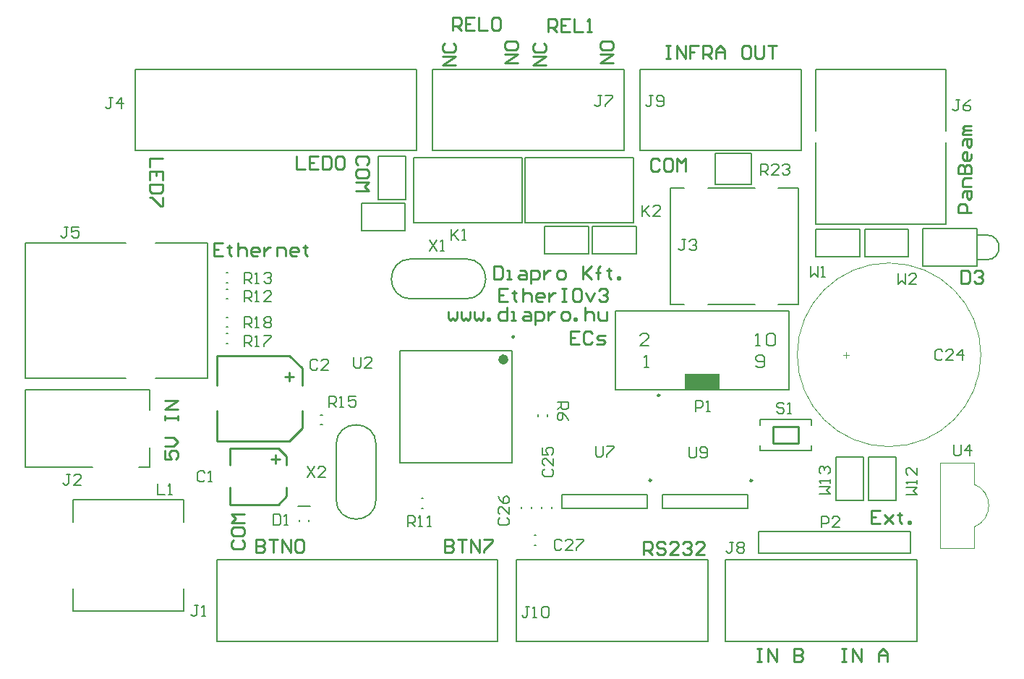
<source format=gto>
%FSAX24Y24*%
%MOIN*%
G70*
G01*
G75*
G04 Layer_Color=65535*
%ADD10C,0.0100*%
%ADD11R,0.1378X0.0748*%
%ADD12R,0.1732X0.0866*%
%ADD13O,0.0276X0.0984*%
%ADD14R,0.0118X0.0591*%
%ADD15R,0.0591X0.0118*%
%ADD16C,0.0394*%
%ADD17R,0.0472X0.0532*%
%ADD18R,0.0532X0.0472*%
%ADD19R,0.1969X0.2756*%
%ADD20R,0.0551X0.0472*%
%ADD21R,0.0472X0.0551*%
%ADD22R,0.0787X0.0571*%
%ADD23R,0.0591X0.0315*%
%ADD24R,0.0177X0.0453*%
%ADD25C,0.0300*%
%ADD26C,0.0120*%
%ADD27C,0.0591*%
%ADD28C,0.0787*%
%ADD29C,0.0472*%
%ADD30C,0.0650*%
%ADD31C,0.0630*%
%ADD32R,0.0787X0.0787*%
%ADD33C,0.0600*%
%ADD34R,0.0728X0.0728*%
%ADD35C,0.0728*%
%ADD36C,0.1161*%
%ADD37C,0.1043*%
%ADD38C,0.0591*%
%ADD39R,0.0591X0.0591*%
%ADD40R,0.0650X0.0650*%
%ADD41C,0.0984*%
%ADD42R,0.0984X0.0984*%
%ADD43R,0.0591X0.0591*%
%ADD44C,0.1181*%
%ADD45R,0.0591X0.0591*%
%ADD46O,0.1890X0.0787*%
%ADD47O,0.0787X0.1890*%
%ADD48C,0.0240*%
%ADD49R,0.0906X0.0906*%
%ADD50R,0.1634X0.0374*%
%ADD51R,0.3701X0.3228*%
%ADD52O,0.0236X0.0906*%
%ADD53R,0.0374X0.0335*%
%ADD54O,0.0709X0.0177*%
%ADD55O,0.0866X0.0236*%
%ADD56C,0.0200*%
%ADD57C,0.0079*%
%ADD58C,0.0050*%
%ADD59C,0.0098*%
%ADD60C,0.0236*%
%ADD61C,0.0039*%
%ADD62C,0.0080*%
%ADD63C,0.0059*%
%ADD64R,0.1614X0.0748*%
D10*
X028801Y021312D02*
Y022099D01*
X031006D01*
X031399Y021706D01*
Y021312D02*
Y021706D01*
X028801Y019501D02*
Y020288D01*
Y019501D02*
X031006D01*
X031399Y019894D01*
Y020288D01*
X030887Y021391D02*
Y021784D01*
X030691Y021587D02*
X031084D01*
X032118Y023022D02*
Y023809D01*
X031528Y022431D02*
X032118Y023022D01*
X028182Y022431D02*
X031528D01*
X028182D02*
Y023809D01*
X032118Y024991D02*
Y025778D01*
X031528Y026369D02*
X032118Y025778D01*
X028182Y026369D02*
X031528D01*
X028182Y024991D02*
Y026369D01*
X031528Y025187D02*
Y025581D01*
X031331Y025384D02*
X031725D01*
X053809Y022306D02*
X054991D01*
X053809D02*
Y023094D01*
X054991D01*
Y022306D02*
Y023094D01*
X062500Y030300D02*
Y029700D01*
X062800D01*
X062900Y029800D01*
Y030200D01*
X062800Y030300D01*
X062500D01*
X063100Y030200D02*
X063200Y030300D01*
X063400D01*
X063500Y030200D01*
Y030100D01*
X063400Y030000D01*
X063300D01*
X063400D01*
X063500Y029900D01*
Y029800D01*
X063400Y029700D01*
X063200D01*
X063100Y029800D01*
X058739Y019211D02*
X058339D01*
Y018611D01*
X058739D01*
X058339Y018911D02*
X058539D01*
X058939Y019011D02*
X059339Y018611D01*
X059139Y018811D01*
X059339Y019011D01*
X058939Y018611D01*
X059639Y019111D02*
Y019011D01*
X059539D01*
X059739D01*
X059639D01*
Y018711D01*
X059739Y018611D01*
X060038D02*
Y018711D01*
X060138D01*
Y018611D01*
X060038D01*
X048900Y040650D02*
X049100D01*
X049000D01*
Y040050D01*
X048900D01*
X049100D01*
X049400D02*
Y040650D01*
X049800Y040050D01*
Y040650D01*
X050400D02*
X050000D01*
Y040350D01*
X050200D01*
X050000D01*
Y040050D01*
X050599D02*
Y040650D01*
X050899D01*
X050999Y040550D01*
Y040350D01*
X050899Y040250D01*
X050599D01*
X050799D02*
X050999Y040050D01*
X051199D02*
Y040450D01*
X051399Y040650D01*
X051599Y040450D01*
Y040050D01*
Y040350D01*
X051199D01*
X052699Y040650D02*
X052499D01*
X052399Y040550D01*
Y040150D01*
X052499Y040050D01*
X052699D01*
X052799Y040150D01*
Y040550D01*
X052699Y040650D01*
X052999D02*
Y040150D01*
X053099Y040050D01*
X053299D01*
X053399Y040150D01*
Y040650D01*
X053598D02*
X053998D01*
X053798D01*
Y040050D01*
X048600Y035350D02*
X048500Y035450D01*
X048300D01*
X048200Y035350D01*
Y034950D01*
X048300Y034850D01*
X048500D01*
X048600Y034950D01*
X049100Y035450D02*
X048900D01*
X048800Y035350D01*
Y034950D01*
X048900Y034850D01*
X049100D01*
X049200Y034950D01*
Y035350D01*
X049100Y035450D01*
X049400Y034850D02*
Y035450D01*
X049600Y035250D01*
X049799Y035450D01*
Y034850D01*
X047850Y017200D02*
Y017800D01*
X048150D01*
X048250Y017700D01*
Y017500D01*
X048150Y017400D01*
X047850D01*
X048050D02*
X048250Y017200D01*
X048850Y017700D02*
X048750Y017800D01*
X048550D01*
X048450Y017700D01*
Y017600D01*
X048550Y017500D01*
X048750D01*
X048850Y017400D01*
Y017300D01*
X048750Y017200D01*
X048550D01*
X048450Y017300D01*
X049449Y017200D02*
X049050D01*
X049449Y017600D01*
Y017700D01*
X049350Y017800D01*
X049150D01*
X049050Y017700D01*
X049649D02*
X049749Y017800D01*
X049949D01*
X050049Y017700D01*
Y017600D01*
X049949Y017500D01*
X049849D01*
X049949D01*
X050049Y017400D01*
Y017300D01*
X049949Y017200D01*
X049749D01*
X049649Y017300D01*
X050649Y017200D02*
X050249D01*
X050649Y017600D01*
Y017700D01*
X050549Y017800D01*
X050349D01*
X050249Y017700D01*
X053100Y012850D02*
X053300D01*
X053200D01*
Y012250D01*
X053100D01*
X053300D01*
X053600D02*
Y012850D01*
X054000Y012250D01*
Y012850D01*
X054799D02*
Y012250D01*
X055099D01*
X055199Y012350D01*
Y012450D01*
X055099Y012550D01*
X054799D01*
X055099D01*
X055199Y012650D01*
Y012750D01*
X055099Y012850D01*
X054799D01*
X057000D02*
X057200D01*
X057100D01*
Y012250D01*
X057000D01*
X057200D01*
X057500D02*
Y012850D01*
X057900Y012250D01*
Y012850D01*
X058699Y012250D02*
Y012650D01*
X058899Y012850D01*
X059099Y012650D01*
Y012250D01*
Y012550D01*
X058699D01*
X062950Y032950D02*
X062350D01*
Y033250D01*
X062450Y033350D01*
X062650D01*
X062750Y033250D01*
Y032950D01*
X062550Y033650D02*
Y033850D01*
X062650Y033950D01*
X062950D01*
Y033650D01*
X062850Y033550D01*
X062750Y033650D01*
Y033950D01*
X062950Y034150D02*
X062550D01*
Y034450D01*
X062650Y034549D01*
X062950D01*
X062350Y034749D02*
X062950D01*
Y035049D01*
X062850Y035149D01*
X062750D01*
X062650Y035049D01*
Y034749D01*
Y035049D01*
X062550Y035149D01*
X062450D01*
X062350Y035049D01*
Y034749D01*
X062950Y035649D02*
Y035449D01*
X062850Y035349D01*
X062650D01*
X062550Y035449D01*
Y035649D01*
X062650Y035749D01*
X062750D01*
Y035349D01*
X062550Y036049D02*
Y036249D01*
X062650Y036349D01*
X062950D01*
Y036049D01*
X062850Y035949D01*
X062750Y036049D01*
Y036349D01*
X062950Y036549D02*
X062550D01*
Y036649D01*
X062650Y036749D01*
X062950D01*
X062650D01*
X062550Y036849D01*
X062650Y036949D01*
X062950D01*
X038700Y017900D02*
Y017300D01*
X039000D01*
X039100Y017400D01*
Y017500D01*
X039000Y017600D01*
X038700D01*
X039000D01*
X039100Y017700D01*
Y017800D01*
X039000Y017900D01*
X038700D01*
X039300D02*
X039700D01*
X039500D01*
Y017300D01*
X039900D02*
Y017900D01*
X040299Y017300D01*
Y017900D01*
X040499D02*
X040899D01*
Y017800D01*
X040499Y017400D01*
Y017300D01*
X030000Y017900D02*
Y017300D01*
X030300D01*
X030400Y017400D01*
Y017500D01*
X030300Y017600D01*
X030000D01*
X030300D01*
X030400Y017700D01*
Y017800D01*
X030300Y017900D01*
X030000D01*
X030600D02*
X031000D01*
X030800D01*
Y017300D01*
X031200D02*
Y017900D01*
X031599Y017300D01*
Y017900D01*
X031799Y017800D02*
X031899Y017900D01*
X032099D01*
X032199Y017800D01*
Y017400D01*
X032099Y017300D01*
X031899D01*
X031799Y017400D01*
Y017800D01*
X028950Y017850D02*
X028850Y017750D01*
Y017550D01*
X028950Y017450D01*
X029350D01*
X029450Y017550D01*
Y017750D01*
X029350Y017850D01*
X028850Y018350D02*
Y018150D01*
X028950Y018050D01*
X029350D01*
X029450Y018150D01*
Y018350D01*
X029350Y018450D01*
X028950D01*
X028850Y018350D01*
X029450Y018650D02*
X028850D01*
X029050Y018850D01*
X028850Y019049D01*
X029450D01*
X025800Y022000D02*
Y021600D01*
X026100D01*
X026000Y021800D01*
Y021900D01*
X026100Y022000D01*
X026300D01*
X026400Y021900D01*
Y021700D01*
X026300Y021600D01*
X025800Y022200D02*
X026200D01*
X026400Y022400D01*
X026200Y022600D01*
X025800D01*
Y023399D02*
Y023599D01*
Y023499D01*
X026400D01*
Y023399D01*
Y023599D01*
Y023899D02*
X025800D01*
X026400Y024299D01*
X025800D01*
X028450Y031550D02*
X028050D01*
Y030950D01*
X028450D01*
X028050Y031250D02*
X028250D01*
X028750Y031450D02*
Y031350D01*
X028650D01*
X028850D01*
X028750D01*
Y031050D01*
X028850Y030950D01*
X029150Y031550D02*
Y030950D01*
Y031250D01*
X029250Y031350D01*
X029450D01*
X029550Y031250D01*
Y030950D01*
X030049D02*
X029849D01*
X029749Y031050D01*
Y031250D01*
X029849Y031350D01*
X030049D01*
X030149Y031250D01*
Y031150D01*
X029749D01*
X030349Y031350D02*
Y030950D01*
Y031150D01*
X030449Y031250D01*
X030549Y031350D01*
X030649D01*
X030949Y030950D02*
Y031350D01*
X031249D01*
X031349Y031250D01*
Y030950D01*
X031849D02*
X031649D01*
X031549Y031050D01*
Y031250D01*
X031649Y031350D01*
X031849D01*
X031949Y031250D01*
Y031150D01*
X031549D01*
X032249Y031450D02*
Y031350D01*
X032149D01*
X032349D01*
X032249D01*
Y031050D01*
X032349Y030950D01*
X025700Y035450D02*
X025100D01*
Y035050D01*
X025700Y034450D02*
Y034850D01*
X025100D01*
Y034450D01*
X025400Y034850D02*
Y034650D01*
X025700Y034250D02*
X025100D01*
Y033950D01*
X025200Y033851D01*
X025600D01*
X025700Y033950D01*
Y034250D01*
Y033651D02*
Y033251D01*
X025600D01*
X025200Y033651D01*
X025100D01*
X031850Y035550D02*
Y034950D01*
X032250D01*
X032850Y035550D02*
X032450D01*
Y034950D01*
X032850D01*
X032450Y035250D02*
X032650D01*
X033050Y035550D02*
Y034950D01*
X033350D01*
X033449Y035050D01*
Y035450D01*
X033350Y035550D01*
X033050D01*
X033649Y035450D02*
X033749Y035550D01*
X033949D01*
X034049Y035450D01*
Y035050D01*
X033949Y034950D01*
X033749D01*
X033649Y035050D01*
Y035450D01*
X035100Y035150D02*
X035200Y035250D01*
Y035450D01*
X035100Y035550D01*
X034700D01*
X034600Y035450D01*
Y035250D01*
X034700Y035150D01*
X035200Y034650D02*
Y034850D01*
X035100Y034950D01*
X034700D01*
X034600Y034850D01*
Y034650D01*
X034700Y034550D01*
X035100D01*
X035200Y034650D01*
X034600Y034350D02*
X035200D01*
X035000Y034150D01*
X035200Y033951D01*
X034600D01*
X043450Y041300D02*
Y041900D01*
X043750D01*
X043850Y041800D01*
Y041600D01*
X043750Y041500D01*
X043450D01*
X043650D02*
X043850Y041300D01*
X044450Y041900D02*
X044050D01*
Y041300D01*
X044450D01*
X044050Y041600D02*
X044250D01*
X044650Y041900D02*
Y041300D01*
X045049D01*
X045249D02*
X045449D01*
X045349D01*
Y041900D01*
X045249Y041800D01*
X039050Y041350D02*
Y041950D01*
X039350D01*
X039450Y041850D01*
Y041650D01*
X039350Y041550D01*
X039050D01*
X039250D02*
X039450Y041350D01*
X040050Y041950D02*
X039650D01*
Y041350D01*
X040050D01*
X039650Y041650D02*
X039850D01*
X040250Y041950D02*
Y041350D01*
X040649D01*
X040849Y041850D02*
X040949Y041950D01*
X041149D01*
X041249Y041850D01*
Y041450D01*
X041149Y041350D01*
X040949D01*
X040849Y041450D01*
Y041850D01*
X039200Y039750D02*
X038600D01*
X039200Y040150D01*
X038600D01*
X038700Y040750D02*
X038600Y040650D01*
Y040450D01*
X038700Y040350D01*
X039100D01*
X039200Y040450D01*
Y040650D01*
X039100Y040750D01*
X043350Y039750D02*
X042750D01*
X043350Y040150D01*
X042750D01*
X042850Y040750D02*
X042750Y040650D01*
Y040450D01*
X042850Y040350D01*
X043250D01*
X043350Y040450D01*
Y040650D01*
X043250Y040750D01*
X046450Y039850D02*
X045850D01*
X046450Y040250D01*
X045850D01*
Y040750D02*
Y040550D01*
X045950Y040450D01*
X046350D01*
X046450Y040550D01*
Y040750D01*
X046350Y040850D01*
X045950D01*
X045850Y040750D01*
X042050Y039850D02*
X041450D01*
X042050Y040250D01*
X041450D01*
Y040750D02*
Y040550D01*
X041550Y040450D01*
X041950D01*
X042050Y040550D01*
Y040750D01*
X041950Y040850D01*
X041550D01*
X041450Y040750D01*
X041600Y029450D02*
X041200D01*
Y028850D01*
X041600D01*
X041200Y029150D02*
X041400D01*
X041900Y029350D02*
Y029250D01*
X041800D01*
X042000D01*
X041900D01*
Y028950D01*
X042000Y028850D01*
X042300Y029450D02*
Y028850D01*
Y029150D01*
X042400Y029250D01*
X042600D01*
X042700Y029150D01*
Y028850D01*
X043199D02*
X042999D01*
X042899Y028950D01*
Y029150D01*
X042999Y029250D01*
X043199D01*
X043299Y029150D01*
Y029050D01*
X042899D01*
X043499Y029250D02*
Y028850D01*
Y029050D01*
X043599Y029150D01*
X043699Y029250D01*
X043799D01*
X044099Y029450D02*
X044299D01*
X044199D01*
Y028850D01*
X044099D01*
X044299D01*
X044899Y029450D02*
X044699D01*
X044599Y029350D01*
Y028950D01*
X044699Y028850D01*
X044899D01*
X044999Y028950D01*
Y029350D01*
X044899Y029450D01*
X045199Y029250D02*
X045399Y028850D01*
X045599Y029250D01*
X045799Y029350D02*
X045898Y029450D01*
X046098D01*
X046198Y029350D01*
Y029250D01*
X046098Y029150D01*
X045998D01*
X046098D01*
X046198Y029050D01*
Y028950D01*
X046098Y028850D01*
X045898D01*
X045799Y028950D01*
X040950Y030500D02*
Y029900D01*
X041250D01*
X041350Y030000D01*
Y030400D01*
X041250Y030500D01*
X040950D01*
X041550Y029900D02*
X041750D01*
X041650D01*
Y030300D01*
X041550D01*
X042150D02*
X042350D01*
X042450Y030200D01*
Y029900D01*
X042150D01*
X042050Y030000D01*
X042150Y030100D01*
X042450D01*
X042649Y029700D02*
Y030300D01*
X042949D01*
X043049Y030200D01*
Y030000D01*
X042949Y029900D01*
X042649D01*
X043249Y030300D02*
Y029900D01*
Y030100D01*
X043349Y030200D01*
X043449Y030300D01*
X043549D01*
X043949Y029900D02*
X044149D01*
X044249Y030000D01*
Y030200D01*
X044149Y030300D01*
X043949D01*
X043849Y030200D01*
Y030000D01*
X043949Y029900D01*
X045049Y030500D02*
Y029900D01*
Y030100D01*
X045449Y030500D01*
X045149Y030200D01*
X045449Y029900D01*
X045748D02*
Y030400D01*
Y030200D01*
X045648D01*
X045848D01*
X045748D01*
Y030400D01*
X045848Y030500D01*
X046248Y030400D02*
Y030300D01*
X046148D01*
X046348D01*
X046248D01*
Y030000D01*
X046348Y029900D01*
X046648D02*
Y030000D01*
X046748D01*
Y029900D01*
X046648D01*
X038850Y028400D02*
Y028100D01*
X038950Y028000D01*
X039050Y028100D01*
X039150Y028000D01*
X039250Y028100D01*
Y028400D01*
X039450D02*
Y028100D01*
X039550Y028000D01*
X039650Y028100D01*
X039750Y028000D01*
X039850Y028100D01*
Y028400D01*
X040050D02*
Y028100D01*
X040150Y028000D01*
X040250Y028100D01*
X040350Y028000D01*
X040449Y028100D01*
Y028400D01*
X040649Y028000D02*
Y028100D01*
X040749D01*
Y028000D01*
X040649D01*
X041549Y028600D02*
Y028000D01*
X041249D01*
X041149Y028100D01*
Y028300D01*
X041249Y028400D01*
X041549D01*
X041749Y028000D02*
X041949D01*
X041849D01*
Y028400D01*
X041749D01*
X042349D02*
X042549D01*
X042649Y028300D01*
Y028000D01*
X042349D01*
X042249Y028100D01*
X042349Y028200D01*
X042649D01*
X042849Y027800D02*
Y028400D01*
X043149D01*
X043249Y028300D01*
Y028100D01*
X043149Y028000D01*
X042849D01*
X043449Y028400D02*
Y028000D01*
Y028200D01*
X043548Y028300D01*
X043648Y028400D01*
X043748D01*
X044148Y028000D02*
X044348D01*
X044448Y028100D01*
Y028300D01*
X044348Y028400D01*
X044148D01*
X044048Y028300D01*
Y028100D01*
X044148Y028000D01*
X044648D02*
Y028100D01*
X044748D01*
Y028000D01*
X044648D01*
X045148Y028600D02*
Y028000D01*
Y028300D01*
X045248Y028400D01*
X045448D01*
X045548Y028300D01*
Y028000D01*
X045748Y028400D02*
Y028100D01*
X045848Y028000D01*
X046148D01*
Y028400D01*
X044900Y027500D02*
X044500D01*
Y026900D01*
X044900D01*
X044500Y027200D02*
X044700D01*
X045500Y027400D02*
X045400Y027500D01*
X045200D01*
X045100Y027400D01*
Y027000D01*
X045200Y026900D01*
X045400D01*
X045500Y027000D01*
X045700Y026900D02*
X046000D01*
X046099Y027000D01*
X046000Y027100D01*
X045800D01*
X045700Y027200D01*
X045800Y027300D01*
X046099D01*
D57*
X033675Y019750D02*
G03*
X035525Y019750I000925J000000D01*
G01*
Y022250D02*
G03*
X033675Y022250I-000925J000000D01*
G01*
X037150Y030825D02*
G03*
X037150Y028975I000000J-000925D01*
G01*
X039650D02*
G03*
X039650Y030825I000000J000925D01*
G01*
X033675Y019750D02*
Y022250D01*
X035525Y019750D02*
Y022250D01*
X037150Y030825D02*
X039650D01*
X037150Y028975D02*
X039650D01*
X058046Y030918D02*
Y032178D01*
X060054Y030918D02*
Y032178D01*
X058046Y030918D02*
X060054D01*
X058046Y032178D02*
X060054D01*
X055796Y030918D02*
Y032178D01*
X057804Y030918D02*
Y032178D01*
X055796Y030918D02*
X057804D01*
X055796Y032178D02*
X057804D01*
X045496Y031070D02*
Y032330D01*
X047504Y031070D02*
Y032330D01*
X045496Y031070D02*
X047504D01*
X045496Y032330D02*
X047504D01*
X043296D02*
X045304D01*
X043296Y031070D02*
X045304D01*
Y032330D01*
X043296Y031070D02*
Y032330D01*
X035620Y033546D02*
X036880D01*
X035620Y035554D02*
X036880D01*
Y033546D02*
Y035554D01*
X035620Y033546D02*
Y035554D01*
X034846Y033380D02*
X036854D01*
X034846Y032120D02*
X036854D01*
Y033380D01*
X034846Y032120D02*
Y033380D01*
X047400Y032500D02*
Y035500D01*
X042400Y032500D02*
X047400D01*
X042400Y035500D02*
X047400D01*
X042400Y032500D02*
Y035500D01*
X037250Y032500D02*
Y035500D01*
X042250D01*
X037250Y032500D02*
X042250D01*
Y035500D01*
X048731Y019326D02*
Y019956D01*
X052668Y019326D02*
Y019956D01*
X048731Y019326D02*
X052668D01*
X048731Y019956D02*
X052668D01*
X036621Y021421D02*
Y026579D01*
Y021421D02*
X041779D01*
Y026579D01*
X036621D02*
X041779D01*
X053219Y023153D02*
Y023409D01*
X055581Y021991D02*
Y022228D01*
X053219Y021991D02*
Y022228D01*
X055581Y023153D02*
Y023409D01*
X053219Y021991D02*
X055581D01*
X053219Y023409D02*
X055581D01*
X028606Y027674D02*
X028685D01*
X028606Y028126D02*
X028685D01*
X028606Y026924D02*
X028685D01*
X028606Y027376D02*
X028685D01*
X032961Y023174D02*
X033039D01*
X032961Y023626D02*
X033039D01*
X028606Y029724D02*
X028685D01*
X028606Y030176D02*
X028685D01*
X028606Y028974D02*
X028685D01*
X028606Y029426D02*
X028685D01*
X037611Y019776D02*
X037689D01*
X037611Y019324D02*
X037689D01*
X042974Y023561D02*
Y023639D01*
X043426Y023561D02*
Y023639D01*
X019350Y025330D02*
X023991D01*
X025349D02*
X027750D01*
Y031570D01*
X025349D02*
X027750D01*
X019350Y025330D02*
Y031570D01*
X023991D01*
X046550Y028411D02*
X054550D01*
X046550Y024789D02*
X054550D01*
X046550D02*
Y028411D01*
X054550Y024789D02*
Y028411D01*
X021541Y019709D02*
X026659D01*
X021541Y014591D02*
X026659D01*
X021541Y018685D02*
Y019709D01*
X026659Y018685D02*
Y019709D01*
X021541Y014591D02*
Y015615D01*
X026659Y014591D02*
Y015615D01*
X032426Y018706D02*
Y018785D01*
X031974Y018706D02*
Y018785D01*
X031924Y019427D02*
X032476D01*
X037388Y035809D02*
Y039550D01*
X024435Y035809D02*
X037388D01*
X024435Y039550D02*
X037388D01*
X024435Y035809D02*
Y039550D01*
X028180Y013200D02*
Y016940D01*
X041132D01*
X028180Y013200D02*
X041132D01*
Y016940D01*
X050804Y013200D02*
Y016941D01*
X041985Y013200D02*
X050804D01*
X041985Y016941D02*
X050804D01*
X041985Y013200D02*
Y016941D01*
X043636Y019311D02*
Y019389D01*
X043164Y019311D02*
Y019389D01*
X042811Y017614D02*
X042889D01*
X042811Y018086D02*
X042889D01*
X042686Y019311D02*
Y019389D01*
X042214Y019311D02*
Y019389D01*
X038135Y035809D02*
Y039550D01*
X046954D01*
X038135Y035809D02*
X046954D01*
Y039550D01*
X044082Y019335D02*
Y019965D01*
X048018Y019335D02*
Y019965D01*
X044082Y019335D02*
X048018D01*
X044082Y019965D02*
X048018D01*
X055800Y036718D02*
Y039550D01*
Y032424D02*
Y036177D01*
Y032424D02*
X061800D01*
Y036177D01*
Y036718D02*
Y039550D01*
X055800D02*
X061800D01*
X060443Y013200D02*
Y016941D01*
X051624Y013200D02*
X060443D01*
X051624Y016941D02*
X060443D01*
X051624Y013200D02*
Y016941D01*
X055126Y035809D02*
Y039550D01*
X047685Y035809D02*
X055126D01*
X047685Y039550D02*
X055126D01*
X047685Y035809D02*
Y039550D01*
X054981Y028720D02*
Y034074D01*
X049076Y028720D02*
Y034074D01*
Y028720D02*
X049725D01*
X050808D02*
X052973D01*
X054056D02*
X054981D01*
X049076Y034074D02*
X049725D01*
X050808D02*
X052973D01*
X054056D02*
X054981D01*
X051166Y034265D02*
Y035683D01*
X052819Y034265D02*
Y035683D01*
X051166Y034265D02*
X052819D01*
X051166Y035683D02*
X052819D01*
X058220Y019696D02*
Y021704D01*
X059480Y019696D02*
Y021704D01*
X058220D02*
X059480D01*
X058220Y019696D02*
X059480D01*
X056720D02*
Y021704D01*
X057980Y019696D02*
Y021704D01*
X056720D02*
X057980D01*
X056720Y019696D02*
X057980D01*
X053150Y017250D02*
Y018250D01*
X060150D01*
Y017250D02*
Y018250D01*
X053150Y017250D02*
X060150D01*
X025098Y024772D02*
X025098Y023866D01*
X019350Y024772D02*
X025098D01*
X019350Y021228D02*
Y024772D01*
X025098Y021228D02*
Y022134D01*
X024586Y021228D02*
X025098D01*
X019350D02*
X022460D01*
D58*
X063665Y030779D02*
G03*
X063665Y031921I000000J000571D01*
G01*
X060713Y030484D02*
Y032216D01*
X063232D01*
Y030484D02*
Y032216D01*
X060713Y030484D02*
X063232D01*
Y031921D02*
X063665D01*
X063232Y030779D02*
X063665D01*
D59*
X052854Y020606D02*
G03*
X052854Y020606I-000049J000000D01*
G01*
X041887Y027228D02*
G03*
X041887Y027228I-000049J000000D01*
G01*
X048599Y024533D02*
G03*
X048599Y024533I-000049J000000D01*
G01*
X048204Y020615D02*
G03*
X048204Y020615I-000049J000000D01*
G01*
D60*
X041503Y026185D02*
G03*
X041503Y026185I-000118J000000D01*
G01*
D61*
X063398Y026400D02*
G03*
X063398Y026400I-004232J000000D01*
G01*
X063095Y018466D02*
G03*
X063095Y020434I-000394J000984D01*
G01*
X061520Y017481D02*
Y021418D01*
Y017481D02*
X063095D01*
X061520Y021418D02*
X063095D01*
Y017481D02*
Y018466D01*
Y020434D02*
Y021418D01*
X057315Y026400D02*
X057053D01*
X057184Y026269D02*
Y026531D01*
D62*
X062150Y022250D02*
Y021833D01*
X062233Y021750D01*
X062400D01*
X062483Y021833D01*
Y022250D01*
X062900Y021750D02*
Y022250D01*
X062650Y022000D01*
X062983D01*
X053250Y034700D02*
Y035200D01*
X053500D01*
X053583Y035117D01*
Y034950D01*
X053500Y034867D01*
X053250D01*
X053417D02*
X053583Y034700D01*
X054083D02*
X053750D01*
X054083Y035033D01*
Y035117D01*
X054000Y035200D01*
X053833D01*
X053750Y035117D01*
X054250D02*
X054333Y035200D01*
X054500D01*
X054583Y035117D01*
Y035033D01*
X054500Y034950D01*
X054416D01*
X054500D01*
X054583Y034867D01*
Y034783D01*
X054500Y034700D01*
X054333D01*
X054250Y034783D01*
X048283Y038350D02*
X048117D01*
X048200D01*
Y037933D01*
X048117Y037850D01*
X048033D01*
X047950Y037933D01*
X048450D02*
X048533Y037850D01*
X048700D01*
X048783Y037933D01*
Y038267D01*
X048700Y038350D01*
X048533D01*
X048450Y038267D01*
Y038183D01*
X048533Y038100D01*
X048783D01*
X027633Y020967D02*
X027550Y021050D01*
X027383D01*
X027300Y020967D01*
Y020633D01*
X027383Y020550D01*
X027550D01*
X027633Y020633D01*
X027800Y020550D02*
X027966D01*
X027883D01*
Y021050D01*
X027800Y020967D01*
X032833Y026117D02*
X032750Y026200D01*
X032583D01*
X032500Y026117D01*
Y025783D01*
X032583Y025700D01*
X032750D01*
X032833Y025783D01*
X033333Y025700D02*
X033000D01*
X033333Y026033D01*
Y026117D01*
X033250Y026200D01*
X033083D01*
X033000Y026117D01*
X030800Y019050D02*
Y018550D01*
X031050D01*
X031133Y018633D01*
Y018967D01*
X031050Y019050D01*
X030800D01*
X031300Y018550D02*
X031466D01*
X031383D01*
Y019050D01*
X031300Y018967D01*
X045933Y038350D02*
X045767D01*
X045850D01*
Y037933D01*
X045767Y037850D01*
X045683D01*
X045600Y037933D01*
X046100Y038350D02*
X046433D01*
Y038267D01*
X046100Y037933D01*
Y037850D01*
X021433Y020900D02*
X021267D01*
X021350D01*
Y020483D01*
X021267Y020400D01*
X021183D01*
X021100Y020483D01*
X021933Y020400D02*
X021600D01*
X021933Y020733D01*
Y020817D01*
X021850Y020900D01*
X021683D01*
X021600Y020817D01*
X027333Y014850D02*
X027167D01*
X027250D01*
Y014433D01*
X027167Y014350D01*
X027083D01*
X027000Y014433D01*
X027500Y014350D02*
X027666D01*
X027583D01*
Y014850D01*
X027500Y014767D01*
X023383Y038250D02*
X023217D01*
X023300D01*
Y037833D01*
X023217Y037750D01*
X023133D01*
X023050Y037833D01*
X023800Y037750D02*
Y038250D01*
X023550Y038000D01*
X023883D01*
X021333Y032300D02*
X021167D01*
X021250D01*
Y031883D01*
X021167Y031800D01*
X021083D01*
X021000Y031883D01*
X021833Y032300D02*
X021500D01*
Y032050D01*
X021666Y032133D01*
X021750D01*
X021833Y032050D01*
Y031883D01*
X021750Y031800D01*
X021583D01*
X021500Y031883D01*
X042583Y014800D02*
X042417D01*
X042500D01*
Y014383D01*
X042417Y014300D01*
X042333D01*
X042250Y014383D01*
X042750Y014300D02*
X042916D01*
X042833D01*
Y014800D01*
X042750Y014717D01*
X043166D02*
X043250Y014800D01*
X043416D01*
X043500Y014717D01*
Y014383D01*
X043416Y014300D01*
X043250D01*
X043166Y014383D01*
Y014717D01*
X039000Y032200D02*
Y031700D01*
Y031867D01*
X039333Y032200D01*
X039083Y031950D01*
X039333Y031700D01*
X039500D02*
X039666D01*
X039583D01*
Y032200D01*
X039500Y032117D01*
X047800Y033300D02*
Y032800D01*
Y032967D01*
X048133Y033300D01*
X047883Y033050D01*
X048133Y032800D01*
X048633D02*
X048300D01*
X048633Y033133D01*
Y033217D01*
X048550Y033300D01*
X048383D01*
X048300Y033217D01*
X025450Y020450D02*
Y019950D01*
X025783D01*
X025950D02*
X026116D01*
X026033D01*
Y020450D01*
X025950Y020367D01*
X050250Y023800D02*
Y024300D01*
X050500D01*
X050583Y024217D01*
Y024050D01*
X050500Y023967D01*
X050250D01*
X050750Y023800D02*
X050916D01*
X050833D01*
Y024300D01*
X050750Y024217D01*
X043885Y024205D02*
X044385D01*
Y023955D01*
X044302Y023872D01*
X044135D01*
X044052Y023955D01*
Y024205D01*
Y024038D02*
X043885Y023872D01*
X044385Y023372D02*
X044302Y023539D01*
X044135Y023705D01*
X043968D01*
X043885Y023622D01*
Y023455D01*
X043968Y023372D01*
X044052D01*
X044135Y023455D01*
Y023705D01*
X036978Y018478D02*
Y018978D01*
X037228D01*
X037311Y018894D01*
Y018728D01*
X037228Y018644D01*
X036978D01*
X037144D02*
X037311Y018478D01*
X037478D02*
X037644D01*
X037561D01*
Y018978D01*
X037478Y018894D01*
X037894Y018478D02*
X038061D01*
X037977D01*
Y018978D01*
X037894Y018894D01*
X029450Y028850D02*
Y029350D01*
X029700D01*
X029783Y029267D01*
Y029100D01*
X029700Y029017D01*
X029450D01*
X029617D02*
X029783Y028850D01*
X029950D02*
X030116D01*
X030033D01*
Y029350D01*
X029950Y029267D01*
X030700Y028850D02*
X030366D01*
X030700Y029183D01*
Y029267D01*
X030616Y029350D01*
X030450D01*
X030366Y029267D01*
X029450Y029700D02*
Y030200D01*
X029700D01*
X029783Y030117D01*
Y029950D01*
X029700Y029867D01*
X029450D01*
X029617D02*
X029783Y029700D01*
X029950D02*
X030116D01*
X030033D01*
Y030200D01*
X029950Y030117D01*
X030366D02*
X030450Y030200D01*
X030616D01*
X030700Y030117D01*
Y030033D01*
X030616Y029950D01*
X030533D01*
X030616D01*
X030700Y029867D01*
Y029783D01*
X030616Y029700D01*
X030450D01*
X030366Y029783D01*
X033350Y024000D02*
Y024500D01*
X033600D01*
X033683Y024417D01*
Y024250D01*
X033600Y024167D01*
X033350D01*
X033517D02*
X033683Y024000D01*
X033850D02*
X034016D01*
X033933D01*
Y024500D01*
X033850Y024417D01*
X034600Y024500D02*
X034266D01*
Y024250D01*
X034433Y024333D01*
X034516D01*
X034600Y024250D01*
Y024083D01*
X034516Y024000D01*
X034350D01*
X034266Y024083D01*
X029450Y026800D02*
Y027300D01*
X029700D01*
X029783Y027217D01*
Y027050D01*
X029700Y026967D01*
X029450D01*
X029617D02*
X029783Y026800D01*
X029950D02*
X030116D01*
X030033D01*
Y027300D01*
X029950Y027217D01*
X030366Y027300D02*
X030700D01*
Y027217D01*
X030366Y026883D01*
Y026800D01*
X029450Y027650D02*
Y028150D01*
X029700D01*
X029783Y028067D01*
Y027900D01*
X029700Y027817D01*
X029450D01*
X029617D02*
X029783Y027650D01*
X029950D02*
X030116D01*
X030033D01*
Y028150D01*
X029950Y028067D01*
X030366D02*
X030450Y028150D01*
X030616D01*
X030700Y028067D01*
Y027983D01*
X030616Y027900D01*
X030700Y027817D01*
Y027733D01*
X030616Y027650D01*
X030450D01*
X030366Y027733D01*
Y027817D01*
X030450Y027900D01*
X030366Y027983D01*
Y028067D01*
X030450Y027900D02*
X030616D01*
X054333Y024117D02*
X054250Y024200D01*
X054083D01*
X054000Y024117D01*
Y024033D01*
X054083Y023950D01*
X054250D01*
X054333Y023867D01*
Y023783D01*
X054250Y023700D01*
X054083D01*
X054000Y023783D01*
X054500Y023700D02*
X054666D01*
X054583D01*
Y024200D01*
X054500Y024117D01*
X034500Y026300D02*
Y025883D01*
X034583Y025800D01*
X034750D01*
X034833Y025883D01*
Y026300D01*
X035333Y025800D02*
X035000D01*
X035333Y026133D01*
Y026217D01*
X035250Y026300D01*
X035083D01*
X035000Y026217D01*
X049950Y022150D02*
Y021733D01*
X050033Y021650D01*
X050200D01*
X050283Y021733D01*
Y022150D01*
X050450Y021733D02*
X050533Y021650D01*
X050700D01*
X050783Y021733D01*
Y022067D01*
X050700Y022150D01*
X050533D01*
X050450Y022067D01*
Y021983D01*
X050533Y021900D01*
X050783D01*
X038000Y031700D02*
X038333Y031200D01*
Y031700D02*
X038000Y031200D01*
X038500D02*
X038666D01*
X038583D01*
Y031700D01*
X038500Y031617D01*
X032350Y021250D02*
X032683Y020750D01*
Y021250D02*
X032350Y020750D01*
X033183D02*
X032850D01*
X033183Y021083D01*
Y021167D01*
X033100Y021250D01*
X032933D01*
X032850Y021167D01*
X044083Y017817D02*
X044000Y017900D01*
X043833D01*
X043750Y017817D01*
Y017483D01*
X043833Y017400D01*
X044000D01*
X044083Y017483D01*
X044583Y017400D02*
X044250D01*
X044583Y017733D01*
Y017817D01*
X044500Y017900D01*
X044333D01*
X044250Y017817D01*
X044750Y017900D02*
X045083D01*
Y017817D01*
X044750Y017483D01*
Y017400D01*
X061633Y026567D02*
X061550Y026650D01*
X061383D01*
X061300Y026567D01*
Y026233D01*
X061383Y026150D01*
X061550D01*
X061633Y026233D01*
X062133Y026150D02*
X061800D01*
X062133Y026483D01*
Y026567D01*
X062050Y026650D01*
X061883D01*
X061800Y026567D01*
X062550Y026150D02*
Y026650D01*
X062300Y026400D01*
X062633D01*
X043283Y021133D02*
X043200Y021050D01*
Y020883D01*
X043283Y020800D01*
X043617D01*
X043700Y020883D01*
Y021050D01*
X043617Y021133D01*
X043700Y021633D02*
Y021300D01*
X043367Y021633D01*
X043283D01*
X043200Y021550D01*
Y021383D01*
X043283Y021300D01*
X043200Y022133D02*
Y021800D01*
X043450D01*
X043367Y021966D01*
Y022050D01*
X043450Y022133D01*
X043617D01*
X043700Y022050D01*
Y021883D01*
X043617Y021800D01*
X041233Y018883D02*
X041150Y018800D01*
Y018633D01*
X041233Y018550D01*
X041567D01*
X041650Y018633D01*
Y018800D01*
X041567Y018883D01*
X041650Y019383D02*
Y019050D01*
X041317Y019383D01*
X041233D01*
X041150Y019300D01*
Y019133D01*
X041233Y019050D01*
X041150Y019883D02*
X041233Y019716D01*
X041400Y019550D01*
X041567D01*
X041650Y019633D01*
Y019800D01*
X041567Y019883D01*
X041483D01*
X041400Y019800D01*
Y019550D01*
X056050Y018450D02*
Y018950D01*
X056300D01*
X056383Y018867D01*
Y018700D01*
X056300Y018617D01*
X056050D01*
X056883Y018450D02*
X056550D01*
X056883Y018783D01*
Y018867D01*
X056800Y018950D01*
X056633D01*
X056550Y018867D01*
X049794Y031710D02*
X049627D01*
X049710D01*
Y031294D01*
X049627Y031210D01*
X049544D01*
X049460Y031294D01*
X049960Y031627D02*
X050043Y031710D01*
X050210D01*
X050293Y031627D01*
Y031544D01*
X050210Y031460D01*
X050127D01*
X050210D01*
X050293Y031377D01*
Y031294D01*
X050210Y031210D01*
X050043D01*
X049960Y031294D01*
X045650Y022200D02*
Y021783D01*
X045733Y021700D01*
X045900D01*
X045983Y021783D01*
Y022200D01*
X046150D02*
X046483D01*
Y022117D01*
X046150Y021783D01*
Y021700D01*
X062433Y038150D02*
X062267D01*
X062350D01*
Y037733D01*
X062267Y037650D01*
X062183D01*
X062100Y037733D01*
X062933Y038150D02*
X062766Y038067D01*
X062600Y037900D01*
Y037733D01*
X062683Y037650D01*
X062850D01*
X062933Y037733D01*
Y037817D01*
X062850Y037900D01*
X062600D01*
X059600Y030150D02*
Y029650D01*
X059767Y029817D01*
X059933Y029650D01*
Y030150D01*
X060433Y029650D02*
X060100D01*
X060433Y029983D01*
Y030067D01*
X060350Y030150D01*
X060183D01*
X060100Y030067D01*
X055550Y030500D02*
Y030000D01*
X055717Y030167D01*
X055883Y030000D01*
Y030500D01*
X056050Y030000D02*
X056216D01*
X056133D01*
Y030500D01*
X056050Y030417D01*
X051993Y017760D02*
X051827D01*
X051910D01*
Y017343D01*
X051827Y017260D01*
X051743D01*
X051660Y017343D01*
X052160Y017677D02*
X052243Y017760D01*
X052410D01*
X052493Y017677D01*
Y017593D01*
X052410Y017510D01*
X052493Y017427D01*
Y017343D01*
X052410Y017260D01*
X052243D01*
X052160Y017343D01*
Y017427D01*
X052243Y017510D01*
X052160Y017593D01*
Y017677D01*
X052243Y017510D02*
X052410D01*
X059950Y019950D02*
X060450D01*
X060283Y020117D01*
X060450Y020283D01*
X059950D01*
X060450Y020450D02*
Y020616D01*
Y020533D01*
X059950D01*
X060033Y020450D01*
X060450Y021200D02*
Y020866D01*
X060117Y021200D01*
X060033D01*
X059950Y021116D01*
Y020950D01*
X060033Y020866D01*
X055950Y020000D02*
X056450D01*
X056283Y020167D01*
X056450Y020333D01*
X055950D01*
X056450Y020500D02*
Y020666D01*
Y020583D01*
X055950D01*
X056033Y020500D01*
Y020916D02*
X055950Y021000D01*
Y021166D01*
X056033Y021250D01*
X056117D01*
X056200Y021166D01*
Y021083D01*
Y021166D01*
X056283Y021250D01*
X056367D01*
X056450Y021166D01*
Y021000D01*
X056367Y020916D01*
D63*
X053022Y025903D02*
X053121Y025805D01*
X053318D01*
X053416Y025903D01*
Y026297D01*
X053318Y026395D01*
X053121D01*
X053022Y026297D01*
Y026198D01*
X053121Y026100D01*
X053416D01*
X053022Y026805D02*
X053219D01*
X053121D01*
Y027395D01*
X053022Y027297D01*
X053514D02*
X053613Y027395D01*
X053810D01*
X053908Y027297D01*
Y026903D01*
X053810Y026805D01*
X053613D01*
X053514Y026903D01*
Y027297D01*
X047881Y025805D02*
X048078D01*
X047979D01*
Y026395D01*
X047881Y026297D01*
X048078Y026805D02*
X047684D01*
X048078Y027198D01*
Y027297D01*
X047979Y027395D01*
X047782D01*
X047684Y027297D01*
D64*
X050550Y025163D02*
D03*
M02*

</source>
